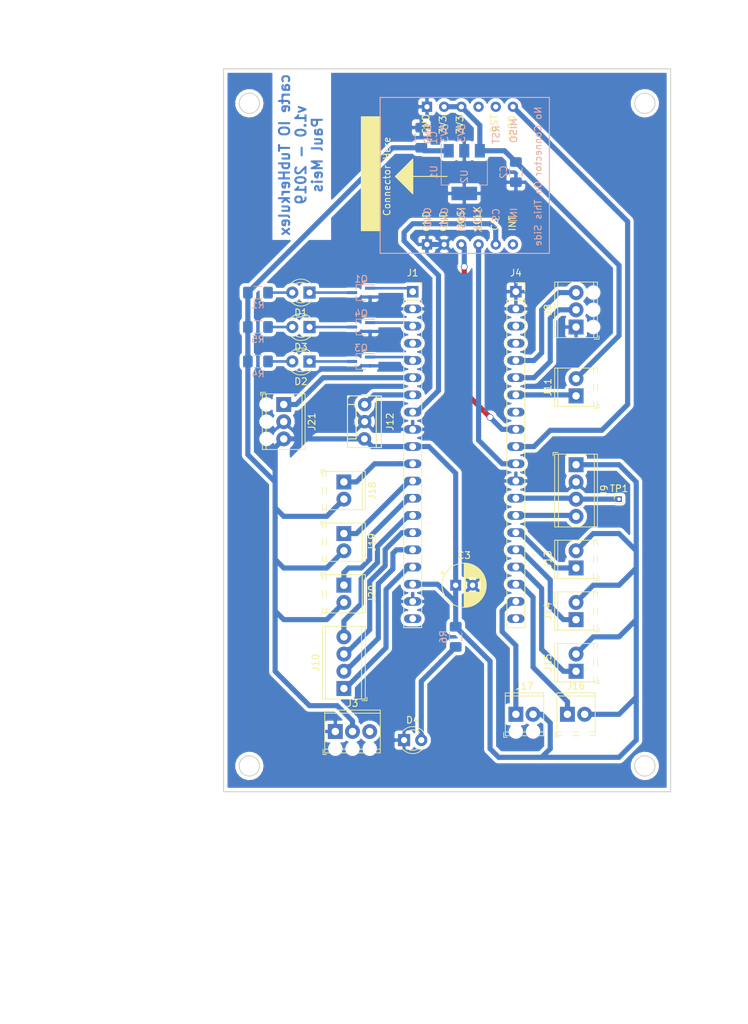
<source format=kicad_pcb>
(kicad_pcb (version 20171130) (host pcbnew 5.0.2-bee76a0~70~ubuntu16.04.1)
  (title_block (title "carte io TubHerkulex") (date 16/05/2019) (rev v1))
  (layers (0 F.Cu signal) (31 B.Cu signal) (34 B.Paste user) (35 F.Paste user) (36 B.SilkS user) (37 F.SilkS user) (38 B.Mask user) (39 F.Mask user) (44 Edge.Cuts user))
  (net 0 "")
  (net 1 +5V)
  (net 2 GND)
  (net 3 +3V3)
  (net 4 "Net-(D1-Pad1)")
  (net 5 "Net-(D1-Pad2)")
  (net 6 "Net-(D2-Pad2)")
  (net 7 "Net-(D2-Pad1)")
  (net 8 "Net-(D3-Pad1)")
  (net 9 "Net-(D3-Pad2)")
  (net 10 "Net-(D4-Pad2)")
  (net 11 "Net-(J1-Pad4)")
  (net 12 "Net-(J3-Pad3)")
  (net 13 "Net-(J4-Pad20)")
  (net 14 "Net-(J4-Pad4)")
  (net 15 /TX)
  (net 16 /RX)
  (net 17 /led_hardfault)
  (net 18 /led_feedback)
  (net 19 "Net-(U2-Pad8)")
  (net 20 "Net-(U2-Pad1)")
  (net 21 /led_communication)
  (net 22 "Net-(J1-Pad20)")
  (net 23 "Net-(J4-Pad3)")
  (net 24 /out_tirette)
  (net 25 /S3)
  (net 26 /S2)
  (net 27 /S1)
  (net 28 /S0)
  (net 29 /LED_couleur)
  (net 30 /out_couleur)
  (net 31 /SCK)
  (net 32 /MISO)
  (net 33 /MOSI)
  (net 34 /CS)
  (net 35 "Net-(J4-Pad8)")
  (net 36 /buzzer)
  (net 37 /fin_course_6)
  (net 38 /fin_course_7)
  (net 39 /fin_course_8)
  (net 40 /fin_course_5)
  (net 41 /fin_course_4)
  (net 42 /fin_course_3)
  (net 43 /fin_course_2)
  (net 44 /fin_course_1)
  (net 45 /piston)
  (module TerminalBlock_Phoenix:TerminalBlock_Phoenix_MPT-0,5-3-2.54_1x03_P2.54mm_Horizontal (layer F.Cu) (at 97.79 92.71 270)
    (fp_text reference J21 (at 2.54 -4.16 270) (layer F.SilkS))
    (fp_text value Piston)
    (pad 1 thru_hole rect (at 0 0 270) (size 2.2 2.2) (drill 1.1) (layers *.Cu *.Mask) (net 45 /piston))
    (pad "" np_thru_hole circle (at 0 2.54 270) (size 1.1 1.1) (drill 1.1) (layers *.Cu *.Mask))
    (pad 2 thru_hole circle (at 2.54 0 270) (size 2.2 2.2) (drill 1.1) (layers *.Cu *.Mask) (net 2 GND))
    (pad "" np_thru_hole circle (at 2.54 2.54 270) (size 1.1 1.1) (drill 1.1) (layers *.Cu *.Mask))
    (pad 3 thru_hole circle (at 5.08 0 270) (size 2.2 2.2) (drill 1.1) (layers *.Cu *.Mask) (net 1 +5V))
    (pad "" np_thru_hole circle (at 5.08 2.54 270) (size 1.1 1.1) (drill 1.1) (layers *.Cu *.Mask))
  )
  (module TerminalBlock_Phoenix:TerminalBlock_Phoenix_MPT-0,5-2-2.54_1x02_P2.54mm_Horizontal (layer F.Cu) (at 140.97 116.84 90)
    (fp_text reference J13 (at 1.27 -4.16 90) (layer F.SilkS))
    (fp_text value FinCourse1)
    (pad 1 thru_hole rect (at 0 0 90) (size 2.2 2.2) (drill 1.1) (layers *.Cu *.Mask) (net 44 /fin_course_1))
    (pad "" np_thru_hole circle (at 0 2.54 90) (size 1.1 1.1) (drill 1.1) (layers *.Cu *.Mask))
    (pad 2 thru_hole circle (at 2.54 0 90) (size 2.2 2.2) (drill 1.1) (layers *.Cu *.Mask) (net 1 +5V))
    (pad "" np_thru_hole circle (at 2.54 2.54 90) (size 1.1 1.1) (drill 1.1) (layers *.Cu *.Mask))
  )
  (module TerminalBlock_Phoenix:TerminalBlock_Phoenix_MPT-0,5-2-2.54_1x02_P2.54mm_Horizontal (layer F.Cu) (at 140.97 124.46 90)
    (fp_text reference J14 (at 1.27 -4.16 90) (layer F.SilkS))
    (fp_text value FinCourse2)
    (pad "" np_thru_hole circle (at 2.54 2.54 90) (size 1.1 1.1) (drill 1.1) (layers *.Cu *.Mask))
    (pad 2 thru_hole circle (at 2.54 0 90) (size 2.2 2.2) (drill 1.1) (layers *.Cu *.Mask) (net 1 +5V))
    (pad "" np_thru_hole circle (at 0 2.54 90) (size 1.1 1.1) (drill 1.1) (layers *.Cu *.Mask))
    (pad 1 thru_hole rect (at 0 0 90) (size 2.2 2.2) (drill 1.1) (layers *.Cu *.Mask) (net 43 /fin_course_2))
  )
  (module TerminalBlock_Phoenix:TerminalBlock_Phoenix_MPT-0,5-2-2.54_1x02_P2.54mm_Horizontal (layer F.Cu) (at 140.97 91.44 90)
    (fp_text reference J11 (at 1.27 -4.16 90) (layer F.SilkS))
    (fp_text value Tirette)
    (pad 1 thru_hole rect (at 0 0 90) (size 2.2 2.2) (drill 1.1) (layers *.Cu *.Mask) (net 24 /out_tirette))
    (pad "" np_thru_hole circle (at 0 2.54 90) (size 1.1 1.1) (drill 1.1) (layers *.Cu *.Mask))
    (pad 2 thru_hole circle (at 2.54 0 90) (size 2.2 2.2) (drill 1.1) (layers *.Cu *.Mask) (net 3 +3V3))
    (pad "" np_thru_hole circle (at 2.54 2.54 90) (size 1.1 1.1) (drill 1.1) (layers *.Cu *.Mask))
  )
  (module TerminalBlock_Phoenix:TerminalBlock_Phoenix_MPT-0,5-2-2.54_1x02_P2.54mm_Horizontal (layer F.Cu) (at 140.97 132.08 90)
    (fp_text reference J15 (at 1.27 -4.16 90) (layer F.SilkS))
    (fp_text value FinCourse3)
    (pad "" np_thru_hole circle (at 2.54 2.54 90) (size 1.1 1.1) (drill 1.1) (layers *.Cu *.Mask))
    (pad 2 thru_hole circle (at 2.54 0 90) (size 2.2 2.2) (drill 1.1) (layers *.Cu *.Mask) (net 1 +5V))
    (pad "" np_thru_hole circle (at 0 2.54 90) (size 1.1 1.1) (drill 1.1) (layers *.Cu *.Mask))
    (pad 1 thru_hole rect (at 0 0 90) (size 2.2 2.2) (drill 1.1) (layers *.Cu *.Mask) (net 42 /fin_course_3))
  )
  (module TerminalBlock_Phoenix:TerminalBlock_Phoenix_MPT-0,5-2-2.54_1x02_P2.54mm_Horizontal (layer F.Cu) (at 139.7 138.43)
    (fp_text reference J16 (at 1.27 -4.16) (layer F.SilkS))
    (fp_text value FinCourse4)
    (pad 1 thru_hole rect (at 0 0) (size 2.2 2.2) (drill 1.1) (layers *.Cu *.Mask) (net 41 /fin_course_4))
    (pad "" np_thru_hole circle (at 0 2.54) (size 1.1 1.1) (drill 1.1) (layers *.Cu *.Mask))
    (pad 2 thru_hole circle (at 2.54 0) (size 2.2 2.2) (drill 1.1) (layers *.Cu *.Mask) (net 1 +5V))
    (pad "" np_thru_hole circle (at 2.54 2.54) (size 1.1 1.1) (drill 1.1) (layers *.Cu *.Mask))
  )
  (module TerminalBlock_Phoenix:TerminalBlock_Phoenix_MPT-0,5-2-2.54_1x02_P2.54mm_Horizontal (layer F.Cu) (at 132.08 138.43)
    (fp_text reference J17 (at 1.27 -4.16) (layer F.SilkS))
    (fp_text value FinCourse5)
    (pad "" np_thru_hole circle (at 2.54 2.54) (size 1.1 1.1) (drill 1.1) (layers *.Cu *.Mask))
    (pad 2 thru_hole circle (at 2.54 0) (size 2.2 2.2) (drill 1.1) (layers *.Cu *.Mask) (net 1 +5V))
    (pad "" np_thru_hole circle (at 0 2.54) (size 1.1 1.1) (drill 1.1) (layers *.Cu *.Mask))
    (pad 1 thru_hole rect (at 0 0) (size 2.2 2.2) (drill 1.1) (layers *.Cu *.Mask) (net 40 /fin_course_5))
  )
  (module TerminalBlock_Phoenix:TerminalBlock_Phoenix_MPT-0,5-2-2.54_1x02_P2.54mm_Horizontal (layer F.Cu) (at 106.68 104.14 270)
    (fp_text reference J18 (at 1.27 -4.16 270) (layer F.SilkS))
    (fp_text value FinCourse6)
    (pad 1 thru_hole rect (at 0 0 270) (size 2.2 2.2) (drill 1.1) (layers *.Cu *.Mask) (net 37 /fin_course_6))
    (pad "" np_thru_hole circle (at 0 2.54 270) (size 1.1 1.1) (drill 1.1) (layers *.Cu *.Mask))
    (pad 2 thru_hole circle (at 2.54 0 270) (size 2.2 2.2) (drill 1.1) (layers *.Cu *.Mask) (net 1 +5V))
    (pad "" np_thru_hole circle (at 2.54 2.54 270) (size 1.1 1.1) (drill 1.1) (layers *.Cu *.Mask))
  )
  (module TerminalBlock_Phoenix:TerminalBlock_Phoenix_MPT-0,5-2-2.54_1x02_P2.54mm_Horizontal (layer F.Cu) (at 106.68 111.76 270)
    (fp_text reference J19 (at 1.27 -4.16 270) (layer F.SilkS))
    (fp_text value FinCourse7)
    (pad "" np_thru_hole circle (at 2.54 2.54 270) (size 1.1 1.1) (drill 1.1) (layers *.Cu *.Mask))
    (pad 2 thru_hole circle (at 2.54 0 270) (size 2.2 2.2) (drill 1.1) (layers *.Cu *.Mask) (net 1 +5V))
    (pad "" np_thru_hole circle (at 0 2.54 270) (size 1.1 1.1) (drill 1.1) (layers *.Cu *.Mask))
    (pad 1 thru_hole rect (at 0 0 270) (size 2.2 2.2) (drill 1.1) (layers *.Cu *.Mask) (net 38 /fin_course_7))
  )
  (module TerminalBlock_Phoenix:TerminalBlock_Phoenix_MPT-0,5-2-2.54_1x02_P2.54mm_Horizontal (layer F.Cu) (at 106.68 119.38 270)
    (fp_text reference J20 (at 1.27 -4.16 270) (layer F.SilkS))
    (fp_text value FinCourse8)
    (pad 1 thru_hole rect (at 0 0 270) (size 2.2 2.2) (drill 1.1) (layers *.Cu *.Mask) (net 39 /fin_course_8))
    (pad "" np_thru_hole circle (at 0 2.54 270) (size 1.1 1.1) (drill 1.1) (layers *.Cu *.Mask))
    (pad 2 thru_hole circle (at 2.54 0 270) (size 2.2 2.2) (drill 1.1) (layers *.Cu *.Mask) (net 1 +5V))
    (pad "" np_thru_hole circle (at 2.54 2.54 270) (size 1.1 1.1) (drill 1.1) (layers *.Cu *.Mask))
  )
  (module TerminalBlock_Phoenix:TerminalBlock_Phoenix_MPT-0,5-3-2.54_1x03_P2.54mm_Horizontal (layer F.Cu) (at 140.97 81.28 90)
    (fp_text reference J8 (at 2.54 -4.16 90) (layer F.SilkS))
    (fp_text value "Liaison serie")
    (pad "" np_thru_hole circle (at 5.08 2.54 90) (size 1.1 1.1) (drill 1.1) (layers *.Cu *.Mask))
    (pad 3 thru_hole circle (at 5.08 0 90) (size 2.2 2.2) (drill 1.1) (layers *.Cu *.Mask) (net 16 /RX))
    (pad "" np_thru_hole circle (at 2.54 2.54 90) (size 1.1 1.1) (drill 1.1) (layers *.Cu *.Mask))
    (pad 2 thru_hole circle (at 2.54 0 90) (size 2.2 2.2) (drill 1.1) (layers *.Cu *.Mask) (net 15 /TX))
    (pad "" np_thru_hole circle (at 0 2.54 90) (size 1.1 1.1) (drill 1.1) (layers *.Cu *.Mask))
    (pad 1 thru_hole rect (at 0 0 90) (size 2.2 2.2) (drill 1.1) (layers *.Cu *.Mask) (net 2 GND))
  )
  (module TerminalBlock_Phoenix:TerminalBlock_Phoenix_MPT-0,5-3-2.54_1x03_P2.54mm_Horizontal (layer F.Cu) (at 105.41 140.97)
    (fp_text reference J3 (at 2.54 -4.16) (layer F.SilkS))
    (fp_text value "Alim logique")
    (pad 1 thru_hole rect (at 0 0) (size 2.2 2.2) (drill 1.1) (layers *.Cu *.Mask) (net 2 GND))
    (pad "" np_thru_hole circle (at 0 2.54) (size 1.1 1.1) (drill 1.1) (layers *.Cu *.Mask))
    (pad 2 thru_hole circle (at 2.54 0) (size 2.2 2.2) (drill 1.1) (layers *.Cu *.Mask) (net 1 +5V))
    (pad "" np_thru_hole circle (at 2.54 2.54) (size 1.1 1.1) (drill 1.1) (layers *.Cu *.Mask))
    (pad 3 thru_hole circle (at 5.08 0) (size 2.2 2.2) (drill 1.1) (layers *.Cu *.Mask) (net 12 "Net-(J3-Pad3)"))
    (pad "" np_thru_hole circle (at 5.08 2.54) (size 1.1 1.1) (drill 1.1) (layers *.Cu *.Mask))
  )
  (module TerminalBlock_Phoenix:TerminalBlock_Phoenix_MPT-0,5-4-2.54_1x04_P2.54mm_Horizontal (layer F.Cu) (at 140.97 101.6 270)
    (fp_text reference J9 (at 3.81 -4.16 270) (layer F.SilkS))
    (fp_text value capteur_couleur_alim)
    (pad 4 thru_hole circle (at 7.62 0 270) (size 2.2 2.2) (drill 1.1) (layers *.Cu *.Mask) (net 29 /LED_couleur))
    (pad 3 thru_hole circle (at 5.08 0 270) (size 2.2 2.2) (drill 1.1) (layers *.Cu *.Mask) (net 30 /out_couleur))
    (pad 2 thru_hole circle (at 2.54 0 270) (size 2.2 2.2) (drill 1.1) (layers *.Cu *.Mask) (net 2 GND))
    (pad 1 thru_hole rect (at 0 0 270) (size 2.2 2.2) (drill 1.1) (layers *.Cu *.Mask) (net 1 +5V))
  )
  (module TerminalBlock_Phoenix:TerminalBlock_Phoenix_MPT-0,5-4-2.54_1x04_P2.54mm_Horizontal (layer F.Cu) (at 106.68 134.62 90)
    (fp_text reference J10 (at 3.81 -4.16 90) (layer F.SilkS))
    (fp_text value capteur_couleur_S)
    (pad 1 thru_hole rect (at 0 0 90) (size 2.2 2.2) (drill 1.1) (layers *.Cu *.Mask) (net 28 /S0))
    (pad 2 thru_hole circle (at 2.54 0 90) (size 2.2 2.2) (drill 1.1) (layers *.Cu *.Mask) (net 27 /S1))
    (pad 3 thru_hole circle (at 5.08 0 90) (size 2.2 2.2) (drill 1.1) (layers *.Cu *.Mask) (net 26 /S2))
    (pad 4 thru_hole circle (at 7.62 0 90) (size 2.2 2.2) (drill 1.1) (layers *.Cu *.Mask) (net 25 /S3))
  )
  (module LED_THT:LED_D3.0mm (layer F.Cu) (at 101.6 86.36 180)
    (fp_text reference D2 (at 1.27 -2.96 180) (layer F.SilkS))
    (fp_text value LED_communication_vert)
    (pad 2 thru_hole circle (at 2.54 0 180) (size 1.8 1.8) (drill 0.9) (layers *.Cu *.Mask) (net 6 "Net-(D2-Pad2)"))
    (pad 1 thru_hole rect (at 0 0 180) (size 1.8 1.8) (drill 0.9) (layers *.Cu *.Mask) (net 7 "Net-(D2-Pad1)"))
  )
  (module LED_THT:LED_D3.0mm (layer F.Cu) (at 115.57 142.24)
    (fp_text reference D4 (at 1.27 -2.96) (layer F.SilkS))
    (fp_text value LED_alimentation_rouge)
    (pad 2 thru_hole circle (at 2.54 0) (size 1.8 1.8) (drill 0.9) (layers *.Cu *.Mask) (net 10 "Net-(D4-Pad2)"))
    (pad 1 thru_hole rect (at 0 0) (size 1.8 1.8) (drill 0.9) (layers *.Cu *.Mask) (net 2 GND))
  )
  (module LED_THT:LED_D3.0mm (layer F.Cu) (at 101.6 76.2 180)
    (fp_text reference D1 (at 1.27 -2.96 180) (layer F.SilkS))
    (fp_text value LED_hardfault_jaune)
    (pad 2 thru_hole circle (at 2.54 0 180) (size 1.8 1.8) (drill 0.9) (layers *.Cu *.Mask) (net 5 "Net-(D1-Pad2)"))
    (pad 1 thru_hole rect (at 0 0 180) (size 1.8 1.8) (drill 0.9) (layers *.Cu *.Mask) (net 4 "Net-(D1-Pad1)"))
  )
  (module LED_THT:LED_D3.0mm (layer F.Cu) (at 101.6 81.28 180)
    (fp_text reference D3 (at 1.27 -2.96 180) (layer F.SilkS))
    (fp_text value led_feedback_vert)
    (pad 2 thru_hole circle (at 2.54 0 180) (size 1.8 1.8) (drill 0.9) (layers *.Cu *.Mask) (net 9 "Net-(D3-Pad2)"))
    (pad 1 thru_hole rect (at 0 0 180) (size 1.8 1.8) (drill 0.9) (layers *.Cu *.Mask) (net 8 "Net-(D3-Pad1)"))
  )
  (module Capacitor_SMD:C_1206_3216Metric_Pad1.42x1.75mm_HandSolder (layer B.Cu) (at 118.11 53.34 90)
    (fp_text reference C1 (at 0 1.82 90) (layer B.SilkS) (effects (justify mirror)))
    (fp_text value 1u)
    (pad 2 smd roundrect (at 1.4875 0 90) (size 1.425 1.75) (layers B.Cu B.Paste B.Mask) (roundrect_rratio 0.175439) (net 2 GND))
    (pad 1 smd roundrect (at -1.4875 0 90) (size 1.425 1.75) (layers B.Cu B.Paste B.Mask) (roundrect_rratio 0.175439) (net 1 +5V))
  )
  (module Capacitor_SMD:C_1206_3216Metric_Pad1.42x1.75mm_HandSolder (layer B.Cu) (at 132.08 58.42 270)
    (fp_text reference C2 (at 0 1.82 270) (layer B.SilkS) (effects (justify mirror)))
    (fp_text value 1u)
    (pad 2 smd roundrect (at 1.4875 0 270) (size 1.425 1.75) (layers B.Cu B.Paste B.Mask) (roundrect_rratio 0.175439) (net 2 GND))
    (pad 1 smd roundrect (at -1.4875 0 270) (size 1.425 1.75) (layers B.Cu B.Paste B.Mask) (roundrect_rratio 0.175439) (net 3 +3V3))
  )
  (module @Robot:PinSocket_1x20_P2.54mm_Vertical_Long_Pads (layer F.Cu) (at 116.84 76.06)
    (fp_text reference J1 (at 0 -2.77) (layer F.SilkS))
    (fp_text value "Connecteur gauche")
    (pad 20 thru_hole oval (at 0 48.26) (size 2.54 1.27) (drill 1) (layers *.Cu *.Mask) (net 22 "Net-(J1-Pad20)"))
    (pad 19 thru_hole oval (at 0 45.72) (size 2.54 1.27) (drill 1) (layers *.Cu *.Mask) (net 2 GND))
    (pad 18 thru_hole oval (at 0 43.18) (size 2.54 1.27) (drill 1) (layers *.Cu *.Mask) (net 1 +5V))
    (pad 17 thru_hole oval (at 0 40.64) (size 2.54 1.27) (drill 1) (layers *.Cu *.Mask) (net 28 /S0))
    (pad 16 thru_hole oval (at 0 38.1) (size 2.54 1.27) (drill 1) (layers *.Cu *.Mask) (net 27 /S1))
    (pad 15 thru_hole oval (at 0 35.56) (size 2.54 1.27) (drill 1) (layers *.Cu *.Mask) (net 26 /S2))
    (pad 14 thru_hole oval (at 0 33.02) (size 2.54 1.27) (drill 1) (layers *.Cu *.Mask) (net 25 /S3))
    (pad 13 thru_hole oval (at 0 30.48) (size 2.54 1.27) (drill 1) (layers *.Cu *.Mask) (net 39 /fin_course_8))
    (pad 12 thru_hole oval (at 0 27.94) (size 2.54 1.27) (drill 1) (layers *.Cu *.Mask) (net 38 /fin_course_7))
    (pad 11 thru_hole oval (at 0 25.4) (size 2.54 1.27) (drill 1) (layers *.Cu *.Mask) (net 37 /fin_course_6))
    (pad 10 thru_hole oval (at 0 22.86) (size 2.54 1.27) (drill 1) (layers *.Cu *.Mask) (net 1 +5V))
    (pad 9 thru_hole oval (at 0 20.32) (size 2.54 1.27) (drill 1) (layers *.Cu *.Mask) (net 2 GND))
    (pad 8 thru_hole oval (at 0 17.78) (size 2.54 1.27) (drill 1) (layers *.Cu *.Mask) (net 34 /CS))
    (pad 7 thru_hole oval (at 0 15.24) (size 2.54 1.27) (drill 1) (layers *.Cu *.Mask) (net 36 /buzzer))
    (pad 6 thru_hole oval (at 0 12.7) (size 2.54 1.27) (drill 1) (layers *.Cu *.Mask) (net 45 /piston))
    (pad 4 thru_hole oval (at 0 7.62) (size 2.54 1.27) (drill 1) (layers *.Cu *.Mask) (net 11 "Net-(J1-Pad4)"))
    (pad 5 thru_hole oval (at 0 10.16) (size 2.54 1.27) (drill 1) (layers *.Cu *.Mask) (net 21 /led_communication))
    (pad 3 thru_hole oval (at 0 5.08) (size 2.54 1.27) (drill 1) (layers *.Cu *.Mask) (net 18 /led_feedback))
    (pad 1 thru_hole rect (at 0 0) (size 1.7 1.7) (drill 1) (layers *.Cu *.Mask) (net 17 /led_hardfault))
    (pad 2 thru_hole oval (at 0 2.54) (size 2.54 1.27) (drill 1) (layers *.Cu *.Mask) (net 2 GND))
  )
  (module @Robot:PinSocket_1x20_P2.54mm_Vertical_Long_Pads (layer F.Cu) (at 132.08 76.06)
    (fp_text reference J4 (at 0 -2.77) (layer F.SilkS))
    (fp_text value "Connecteur droit")
    (pad 20 thru_hole oval (at 0 48.26) (size 2.54 1.27) (drill 1) (layers *.Cu *.Mask) (net 13 "Net-(J4-Pad20)"))
    (pad 19 thru_hole oval (at 0 45.72) (size 2.54 1.27) (drill 1) (layers *.Cu *.Mask) (net 40 /fin_course_5))
    (pad 18 thru_hole oval (at 0 43.18) (size 2.54 1.27) (drill 1) (layers *.Cu *.Mask) (net 41 /fin_course_4))
    (pad 17 thru_hole oval (at 0 40.64) (size 2.54 1.27) (drill 1) (layers *.Cu *.Mask) (net 42 /fin_course_3))
    (pad 16 thru_hole oval (at 0 38.1) (size 2.54 1.27) (drill 1) (layers *.Cu *.Mask) (net 43 /fin_course_2))
    (pad 15 thru_hole oval (at 0 35.56) (size 2.54 1.27) (drill 1) (layers *.Cu *.Mask) (net 44 /fin_course_1))
    (pad 14 thru_hole oval (at 0 33.02) (size 2.54 1.27) (drill 1) (layers *.Cu *.Mask) (net 29 /LED_couleur))
    (pad 13 thru_hole oval (at 0 30.48) (size 2.54 1.27) (drill 1) (layers *.Cu *.Mask) (net 30 /out_couleur))
    (pad 12 thru_hole oval (at 0 27.94) (size 2.54 1.27) (drill 1) (layers *.Cu *.Mask) (net 2 GND))
    (pad 11 thru_hole oval (at 0 25.4) (size 2.54 1.27) (drill 1) (layers *.Cu *.Mask) (net 31 /SCK))
    (pad 10 thru_hole oval (at 0 22.86) (size 2.54 1.27) (drill 1) (layers *.Cu *.Mask) (net 32 /MISO))
    (pad 9 thru_hole oval (at 0 20.32) (size 2.54 1.27) (drill 1) (layers *.Cu *.Mask) (net 33 /MOSI))
    (pad 8 thru_hole oval (at 0 17.78) (size 2.54 1.27) (drill 1) (layers *.Cu *.Mask) (net 35 "Net-(J4-Pad8)"))
    (pad 7 thru_hole oval (at 0 15.24) (size 2.54 1.27) (drill 1) (layers *.Cu *.Mask) (net 24 /out_tirette))
    (pad 6 thru_hole oval (at 0 12.7) (size 2.54 1.27) (drill 1) (layers *.Cu *.Mask) (net 15 /TX))
    (pad 4 thru_hole oval (at 0 7.62) (size 2.54 1.27) (drill 1) (layers *.Cu *.Mask) (net 14 "Net-(J4-Pad4)"))
    (pad 5 thru_hole oval (at 0 10.16) (size 2.54 1.27) (drill 1) (layers *.Cu *.Mask) (net 16 /RX))
    (pad 3 thru_hole oval (at 0 5.08) (size 2.54 1.27) (drill 1) (layers *.Cu *.Mask) (net 23 "Net-(J4-Pad3)"))
    (pad 1 thru_hole rect (at 0 0) (size 1.7 1.7) (drill 1) (layers *.Cu *.Mask) (net 2 GND))
    (pad 2 thru_hole oval (at 0 2.54) (size 2.54 1.27) (drill 1) (layers *.Cu *.Mask) (net 2 GND))
  )
  (module Package_TO_SOT_SMD:SOT-323_SC-70_Handsoldering (layer B.Cu) (at 109.22 76.2 180)
    (fp_text reference Q1 (at 0 2 180) (layer B.SilkS) (effects (justify mirror)))
    (fp_text value PMF370XN)
    (pad 3 smd rect (at 1.33 0 270) (size 0.45 1.5) (layers B.Cu B.Paste B.Mask) (net 4 "Net-(D1-Pad1)"))
    (pad 2 smd rect (at -1.33 -0.65 270) (size 0.45 1.5) (layers B.Cu B.Paste B.Mask) (net 2 GND))
    (pad 1 smd rect (at -1.33 0.65 270) (size 0.45 1.5) (layers B.Cu B.Paste B.Mask) (net 17 /led_hardfault))
  )
  (module Package_TO_SOT_SMD:SOT-323_SC-70_Handsoldering (layer B.Cu) (at 109.22 86.36 180)
    (fp_text reference Q3 (at 0 2 180) (layer B.SilkS) (effects (justify mirror)))
    (fp_text value PMF370XN)
    (pad 3 smd rect (at 1.33 0 270) (size 0.45 1.5) (layers B.Cu B.Paste B.Mask) (net 7 "Net-(D2-Pad1)"))
    (pad 2 smd rect (at -1.33 -0.65 270) (size 0.45 1.5) (layers B.Cu B.Paste B.Mask) (net 2 GND))
    (pad 1 smd rect (at -1.33 0.65 270) (size 0.45 1.5) (layers B.Cu B.Paste B.Mask) (net 21 /led_communication))
  )
  (module Package_TO_SOT_SMD:SOT-323_SC-70_Handsoldering (layer B.Cu) (at 109.22 81.28 180)
    (fp_text reference Q4 (at 0 2 180) (layer B.SilkS) (effects (justify mirror)))
    (fp_text value PMF370XN)
    (pad 3 smd rect (at 1.33 0 270) (size 0.45 1.5) (layers B.Cu B.Paste B.Mask) (net 8 "Net-(D3-Pad1)"))
    (pad 2 smd rect (at -1.33 -0.65 270) (size 0.45 1.5) (layers B.Cu B.Paste B.Mask) (net 2 GND))
    (pad 1 smd rect (at -1.33 0.65 270) (size 0.45 1.5) (layers B.Cu B.Paste B.Mask) (net 18 /led_feedback))
  )
  (module Resistor_SMD:R_1206_3216Metric_Pad1.42x1.75mm_HandSolder (layer B.Cu) (at 93.98 76.2)
    (fp_text reference R1 (at 0 1.82) (layer B.SilkS) (effects (justify mirror)))
    (fp_text value 150)
    (pad 2 smd roundrect (at 1.4875 0) (size 1.425 1.75) (layers B.Cu B.Paste B.Mask) (roundrect_rratio 0.175439) (net 5 "Net-(D1-Pad2)"))
    (pad 1 smd roundrect (at -1.4875 0) (size 1.425 1.75) (layers B.Cu B.Paste B.Mask) (roundrect_rratio 0.175439) (net 1 +5V))
  )
  (module Resistor_SMD:R_1206_3216Metric_Pad1.42x1.75mm_HandSolder (layer B.Cu) (at 93.98 86.36)
    (fp_text reference R4 (at 0 1.82) (layer B.SilkS) (effects (justify mirror)))
    (fp_text value 150)
    (pad 2 smd roundrect (at 1.4875 0) (size 1.425 1.75) (layers B.Cu B.Paste B.Mask) (roundrect_rratio 0.175439) (net 6 "Net-(D2-Pad2)"))
    (pad 1 smd roundrect (at -1.4875 0) (size 1.425 1.75) (layers B.Cu B.Paste B.Mask) (roundrect_rratio 0.175439) (net 1 +5V))
  )
  (module Resistor_SMD:R_1206_3216Metric_Pad1.42x1.75mm_HandSolder (layer B.Cu) (at 93.98 81.28)
    (fp_text reference R5 (at 0 1.82) (layer B.SilkS) (effects (justify mirror)))
    (fp_text value 150)
    (pad 2 smd roundrect (at 1.4875 0) (size 1.425 1.75) (layers B.Cu B.Paste B.Mask) (roundrect_rratio 0.175439) (net 9 "Net-(D3-Pad2)"))
    (pad 1 smd roundrect (at -1.4875 0) (size 1.425 1.75) (layers B.Cu B.Paste B.Mask) (roundrect_rratio 0.175439) (net 1 +5V))
  )
  (module Resistor_SMD:R_1206_3216Metric_Pad1.42x1.75mm_HandSolder (layer B.Cu) (at 123.19 127 270)
    (fp_text reference R6 (at 0 1.82 270) (layer B.SilkS) (effects (justify mirror)))
    (fp_text value 150)
    (pad 2 smd roundrect (at 1.4875 0 270) (size 1.425 1.75) (layers B.Cu B.Paste B.Mask) (roundrect_rratio 0.175439) (net 10 "Net-(D4-Pad2)"))
    (pad 1 smd roundrect (at -1.4875 0 270) (size 1.425 1.75) (layers B.Cu B.Paste B.Mask) (roundrect_rratio 0.175439) (net 1 +5V))
  )
  (module Package_TO_SOT_SMD:SOT-223-3_TabPin2 (layer B.Cu) (at 124.46 58.42 270)
    (fp_text reference U1 (at 0 4.5 270) (layer B.SilkS) (effects (justify mirror)))
    (fp_text value TC1262-33)
    (pad 1 smd rect (at -3.15 2.3 270) (size 2 1.5) (layers B.Cu B.Paste B.Mask) (net 1 +5V))
    (pad 3 smd rect (at -3.15 -2.3 270) (size 2 1.5) (layers B.Cu B.Paste B.Mask) (net 3 +3V3))
    (pad 2 smd rect (at -3.15 0 270) (size 2 1.5) (layers B.Cu B.Paste B.Mask) (net 2 GND))
    (pad 2 smd rect (at 3.15 0 270) (size 2 3.8) (layers B.Cu B.Paste B.Mask) (net 2 GND))
  )
  (module @Robot:w5500 (layer F.Cu) (at 124.46 59.055 270)
    (fp_text reference U2 (at 0 0 270) (layer B.SilkS) (effects (justify mirror)))
    (fp_text value w5500)
    (fp_text user "No Connector On This Side" (at 0 -10.9 270) (layer B.SilkS) (effects (justify mirror)))
    (fp_text user GND (at 6.07 5.4 270) (layer B.SilkS) (effects (justify mirror)))
    (fp_text user GND (at -6.27 5.4 270) (layer B.SilkS) (effects (justify mirror)))
    (fp_text user GND (at 6.07 2.9 270) (layer B.SilkS) (effects (justify mirror)))
    (fp_text user 3V3 (at -6.37 2.9 270) (layer B.SilkS) (effects (justify mirror)))
    (fp_text user 3V3 (at -6.37 0.4 270) (layer B.SilkS) (effects (justify mirror)))
    (fp_text user RST (at -6.17 -4.7 270) (layer B.SilkS) (effects (justify mirror)))
    (fp_text user MISO (at -6.77 -7.3 270) (layer B.SilkS) (effects (justify mirror)))
    (fp_text user INT (at 5.77 -7.3 270) (layer B.SilkS) (effects (justify mirror)))
    (fp_text user CS (at 5.67 -4.7 270) (layer B.SilkS) (effects (justify mirror)))
    (fp_text user MOSI (at 6.37 0.3 270) (layer B.SilkS) (effects (justify mirror)))
    (fp_text user SCLK (at 6.47 -2.1 270) (layer B.SilkS) (effects (justify mirror)))
    (fp_text user "Connector Here" (at 0 11.43 270) (layer F.SilkS))
    (fp_text user 3V3 (at -7.6 0.65923 90) (layer F.SilkS))
    (fp_text user MISO (at -7.2 -7.04077 90) (layer F.SilkS))
    (fp_text user 3V3 (at -7.6 3.15923 90) (layer F.SilkS))
    (fp_text user GND (at -7.7 5.65923 90) (layer F.SilkS))
    (fp_text user RST (at -7.8 -4.44077 90) (layer F.SilkS))
    (fp_text user MOSI (at 6.33 0.498288 90) (layer F.SilkS))
    (fp_text user GND (at 6.63 3.098288 90) (layer F.SilkS))
    (fp_text user GND (at 6.63 5.598288 90) (layer F.SilkS))
    (fp_text user CS (at 7.03 -4.501712 90) (layer F.SilkS))
    (fp_text user INT (at 6.93 -7.101712 90) (layer F.SilkS))
    (fp_text user SCLK (at 6.23 -1.901712 90) (layer F.SilkS))
    (pad 5 thru_hole circle (at 10.04 2.97 270) (size 1.524 1.524) (drill 0.762) (layers *.Cu *.Mask) (net 2 GND))
    (pad 4 thru_hole circle (at 10.04 0.43 270) (size 1.524 1.524) (drill 0.762) (layers *.Cu *.Mask) (net 33 /MOSI))
    (pad 3 thru_hole circle (at 10.04 -2.11 270) (size 1.524 1.524) (drill 0.762) (layers *.Cu *.Mask) (net 31 /SCK))
    (pad 2 thru_hole circle (at 10.04 -4.65 270) (size 1.524 1.524) (drill 0.762) (layers *.Cu *.Mask) (net 34 /CS))
    (pad 1 thru_hole circle (at 10.04 -7.19 270) (size 1.524 1.524) (drill 0.762) (layers *.Cu *.Mask) (net 20 "Net-(U2-Pad1)"))
    (pad 7 thru_hole circle (at -10.28 -7.19 270) (size 1.524 1.524) (drill 0.762) (layers *.Cu *.Mask) (net 32 /MISO))
    (pad 8 thru_hole circle (at -10.28 -4.65 270) (size 1.524 1.524) (drill 0.762) (layers *.Cu *.Mask) (net 19 "Net-(U2-Pad8)"))
    (pad 10 thru_hole circle (at -10.28 0.43 270) (size 1.524 1.524) (drill 0.762) (layers *.Cu *.Mask) (net 3 +3V3))
    (pad 11 thru_hole circle (at -10.28 2.97 270) (size 1.524 1.524) (drill 0.762) (layers *.Cu *.Mask) (net 3 +3V3))
    (pad 9 thru_hole circle (at -10.28 -2.11 270) (size 1.524 1.524) (drill 0.762) (layers *.Cu *.Mask))
    (pad 12 thru_hole rect (at -10.28 5.51 270) (size 1.524 1.524) (drill 0.762) (layers *.Cu *.Mask) (net 2 GND))
    (pad 6 thru_hole rect (at 10.04 5.51 270) (size 1.524 1.524) (drill 0.762) (layers *.Cu *.Mask) (net 2 GND))
  )
  (module Capacitor_THT:CP_Radial_D6.3mm_P2.50mm (layer F.Cu) (at 123.19 119.38)
    (fp_text reference C3 (at 1.25 -4.4) (layer F.SilkS))
    (fp_text value 100uF)
    (pad 2 thru_hole circle (at 2.5 0) (size 1.6 1.6) (drill 0.8) (layers *.Cu *.Mask) (net 2 GND))
    (pad 1 thru_hole rect (at 0 0) (size 1.6 1.6) (drill 0.8) (layers *.Cu *.Mask) (net 1 +5V))
  )
  (module Connector_PinHeader_1.00mm:PinHeader_1x01_P1.00mm_Vertical (layer F.Cu) (at 147.32 106.68)
    (fp_text reference TP1 (at 0 -1.56) (layer F.SilkS))
    (fp_text value TestPoint_Probe)
    (pad 1 thru_hole rect (at 0 0) (size 0.85 0.85) (drill 0.5) (layers *.Cu *.Mask) (net 30 /out_couleur))
  )
  (module @Robot:HE14-3-straight (layer F.Cu) (at 110.49 95.25 270)
    (fp_text reference J12 (at 0 -3 270) (layer F.SilkS))
    (fp_text value Buzzer)
    (pad 1 thru_hole circle (at -2.54 0.743747 90) (size 2 2) (drill 1) (layers *.Cu *.Mask) (net 36 /buzzer))
    (pad 2 thru_hole circle (at 0 0.743747 90) (size 2 2) (drill 1) (layers *.Cu *.Mask) (net 2 GND))
    (pad 3 thru_hole circle (at 2.54 0.783747 90) (size 2 2) (drill 1) (layers *.Cu *.Mask) (net 1 +5V))
  )
  (gr_circle (center 92.71 48.26) (end 94.21 48.26) (layer Edge.Cuts) (width 0.15))
  (gr_circle (center 151.13 146.05) (end 152.63 146.05) (layer Edge.Cuts) (width 0.15))
  (gr_circle (center 92.71 146.05) (end 94.21 146.05) (layer Edge.Cuts) (width 0.15))
  (gr_circle (center 151.13 48.26) (end 152.63 48.26) (layer Edge.Cuts) (width 0.15))
  (gr_text "carte IO TubHerkulex\nv1.0 - 2019\nPaul Meis" (at 100.33 55.88 90) (layer B.Cu) (effects (font (size 1.5 1.5) (thickness 0.3)) (justify mirror)))
  (gr_line (start 88.9 149.86) (end 88.9 43.18) (layer Edge.Cuts) (width 0.15))
  (gr_line (start 154.94 149.86) (end 88.9 149.86) (layer Edge.Cuts) (width 0.15))
  (gr_line (start 154.94 43.18) (end 154.94 149.86) (layer Edge.Cuts) (width 0.15))
  (gr_line (start 88.9 43.18) (end 154.94 43.18) (layer Edge.Cuts) (width 0.15))
  (segment (start 123.19 125.5125) (end 123.19 119.38) (width 0.762) (layer B.Cu) (net 1))
  (segment (start 92.4925 81.28) (end 92.4925 86.36) (width 0.762) (layer B.Cu) (net 1))
  (segment (start 92.4925 76.2) (end 92.4925 81.28) (width 0.762) (layer B.Cu) (net 1))
  (segment (start 118.5525 55.27) (end 118.11 54.8275) (width 0.762) (layer B.Cu) (net 1))
  (segment (start 122.16 55.27) (end 118.5525 55.27) (width 0.762) (layer B.Cu) (net 1))
  (segment (start 123.19 112.255) (end 123.19 114.3) (width 0.762) (layer B.Cu) (net 1))
  (segment (start 123.19 119.38) (end 123.19 114.3) (width 0.762) (layer B.Cu) (net 1))
  (segment (start 113.865 54.8275) (end 110.055 58.6375) (width 0.762) (layer B.Cu) (net 1))
  (segment (start 110.055 58.6375) (end 92.4925 76.2) (width 0.762) (layer B.Cu) (net 1))
  (segment (start 118.11 54.8275) (end 113.865 54.8275) (width 0.762) (layer B.Cu) (net 1))
  (segment (start 123.19 112.255) (end 123.19 102.87) (width 0.762) (layer B.Cu) (net 1))
  (segment (start 119.24 98.92) (end 116.84 98.92) (width 0.762) (layer B.Cu) (net 1))
  (segment (start 123.19 102.87) (end 119.24 98.92) (width 0.762) (layer B.Cu) (net 1))
  (segment (start 147.32 111.76) (end 143.51 111.76) (width 0.762) (layer B.Cu) (net 1))
  (segment (start 147.32 144.78) (end 149.86 142.24) (width 0.762) (layer B.Cu) (net 1))
  (segment (start 123.19 125.5125) (end 128.27 130.5925) (width 0.762) (layer B.Cu) (net 1))
  (segment (start 142.069999 113.200001) (end 140.97 114.3) (width 0.762) (layer B.Cu) (net 1))
  (segment (start 128.27 143.51) (end 129.54 144.78) (width 0.762) (layer B.Cu) (net 1))
  (segment (start 143.51 111.76) (end 142.069999 113.200001) (width 0.762) (layer B.Cu) (net 1))
  (segment (start 149.86 114.3) (end 147.32 111.76) (width 0.762) (layer B.Cu) (net 1))
  (segment (start 128.27 130.5925) (end 128.27 143.51) (width 0.762) (layer B.Cu) (net 1))
  (segment (start 134.62 138.43) (end 135.89 138.43) (width 0.762) (layer B.Cu) (net 1))
  (segment (start 135.89 138.43) (end 137.16 139.7) (width 0.762) (layer B.Cu) (net 1))
  (segment (start 137.16 143.51) (end 135.89 144.78) (width 0.762) (layer B.Cu) (net 1))
  (segment (start 135.89 144.78) (end 147.32 144.78) (width 0.762) (layer B.Cu) (net 1))
  (segment (start 137.16 139.7) (end 137.16 143.51) (width 0.762) (layer B.Cu) (net 1))
  (segment (start 129.54 144.78) (end 135.89 144.78) (width 0.762) (layer B.Cu) (net 1))
  (segment (start 142.24 138.43) (end 147.32 138.43) (width 0.762) (layer B.Cu) (net 1))
  (segment (start 147.32 138.43) (end 149.86 135.89) (width 0.762) (layer B.Cu) (net 1))
  (segment (start 140.97 129.54) (end 143.51 127) (width 0.762) (layer B.Cu) (net 1))
  (segment (start 143.51 127) (end 147.32 127) (width 0.762) (layer B.Cu) (net 1))
  (segment (start 147.32 127) (end 149.86 124.46) (width 0.762) (layer B.Cu) (net 1))
  (segment (start 140.97 121.92) (end 143.51 119.38) (width 0.762) (layer B.Cu) (net 1))
  (segment (start 143.51 119.38) (end 147.32 119.38) (width 0.762) (layer B.Cu) (net 1))
  (segment (start 149.86 116.84) (end 149.86 114.3) (width 0.762) (layer B.Cu) (net 1))
  (segment (start 147.32 119.38) (end 149.86 116.84) (width 0.762) (layer B.Cu) (net 1))
  (segment (start 149.86 142.24) (end 149.86 116.84) (width 0.762) (layer B.Cu) (net 1))
  (segment (start 92.4925 88.9) (end 92.4925 86.36) (width 0.762) (layer B.Cu) (net 1))
  (segment (start 93.98 101.6) (end 92.4925 100.1125) (width 0.762) (layer B.Cu) (net 1))
  (segment (start 92.4925 100.1125) (end 92.4925 88.9) (width 0.762) (layer B.Cu) (net 1))
  (segment (start 107.95 139.414366) (end 107.95 140.97) (width 0.762) (layer B.Cu) (net 1))
  (segment (start 105.695634 137.16) (end 107.95 139.414366) (width 0.762) (layer B.Cu) (net 1))
  (segment (start 101.6 137.16) (end 105.695634 137.16) (width 0.762) (layer B.Cu) (net 1))
  (segment (start 96.52 132.08) (end 101.6 137.16) (width 0.762) (layer B.Cu) (net 1))
  (segment (start 97.79 109.22) (end 96.52 107.95) (width 0.762) (layer B.Cu) (net 1))
  (segment (start 106.68 106.68) (end 104.14 109.22) (width 0.762) (layer B.Cu) (net 1))
  (segment (start 96.52 104.14) (end 96.52 107.95) (width 0.762) (layer B.Cu) (net 1))
  (segment (start 104.14 109.22) (end 97.79 109.22) (width 0.762) (layer B.Cu) (net 1))
  (segment (start 96.52 104.14) (end 93.98 101.6) (width 0.762) (layer B.Cu) (net 1))
  (segment (start 106.68 114.3) (end 104.14 116.84) (width 0.762) (layer B.Cu) (net 1))
  (segment (start 97.79 116.84) (end 96.52 115.57) (width 0.762) (layer B.Cu) (net 1))
  (segment (start 104.14 116.84) (end 97.79 116.84) (width 0.762) (layer B.Cu) (net 1))
  (segment (start 96.52 107.95) (end 96.52 115.57) (width 0.762) (layer B.Cu) (net 1))
  (segment (start 97.79 124.46) (end 96.52 123.19) (width 0.762) (layer B.Cu) (net 1))
  (segment (start 96.52 115.57) (end 96.52 123.19) (width 0.762) (layer B.Cu) (net 1))
  (segment (start 104.14 124.46) (end 97.79 124.46) (width 0.762) (layer B.Cu) (net 1))
  (segment (start 96.52 123.19) (end 96.52 132.08) (width 0.762) (layer B.Cu) (net 1))
  (segment (start 106.68 121.92) (end 104.14 124.46) (width 0.762) (layer B.Cu) (net 1))
  (segment (start 116.84 119.24) (end 120.51 119.24) (width 0.762) (layer B.Cu) (net 1))
  (segment (start 120.51 119.24) (end 123.19 121.92) (width 0.762) (layer B.Cu) (net 1))
  (segment (start 140.97 101.6) (end 147.32 101.6) (width 0.762) (layer B.Cu) (net 1))
  (segment (start 149.86 104.14) (end 149.86 114.3) (width 0.762) (layer B.Cu) (net 1))
  (segment (start 147.32 101.6) (end 149.86 104.14) (width 0.762) (layer B.Cu) (net 1))
  (segment (start 102.87 97.79) (end 109.706253 97.79) (width 0.762) (layer B.Cu) (net 1))
  (segment (start 110.836253 98.92) (end 109.706253 97.79) (width 0.762) (layer B.Cu) (net 1))
  (segment (start 116.84 98.92) (end 110.836253 98.92) (width 0.762) (layer B.Cu) (net 1))
  (segment (start 102.87 97.79) (end 97.79 97.79) (width 0.762) (layer B.Cu) (net 1))
  (segment (start 96.52 99.06) (end 97.79 97.79) (width 0.762) (layer B.Cu) (net 1))
  (segment (start 96.52 104.14) (end 96.52 99.06) (width 0.762) (layer B.Cu) (net 1))
  (segment (start 132.08 104) (end 131.445 104) (width 0.762) (layer B.Cu) (net 2))
  (segment (start 118.95 69.095) (end 121.49 69.095) (width 0.762) (layer B.Cu) (net 2))
  (segment (start 121.49 48.775) (end 124.03 48.775) (width 0.762) (layer B.Cu) (net 3))
  (segment (start 130.4175 55.27) (end 132.08 56.9325) (width 0.762) (layer B.Cu) (net 3))
  (segment (start 126.76 55.27) (end 130.4175 55.27) (width 0.762) (layer B.Cu) (net 3))
  (segment (start 126.76 51.505) (end 126.76 55.27) (width 0.762) (layer B.Cu) (net 3))
  (segment (start 124.03 48.775) (end 126.76 51.505) (width 0.762) (layer B.Cu) (net 3))
  (segment (start 142.069999 87.800001) (end 140.97 88.9) (width 0.762) (layer B.Cu) (net 3))
  (segment (start 147.32 82.55) (end 142.069999 87.800001) (width 0.762) (layer B.Cu) (net 3))
  (segment (start 147.32 72.1725) (end 147.32 82.55) (width 0.762) (layer B.Cu) (net 3))
  (segment (start 132.08 56.9325) (end 147.32 72.1725) (width 0.762) (layer B.Cu) (net 3))
  (segment (start 107.89 76.2) (end 101.6 76.2) (width 0.381) (layer B.Cu) (net 4))
  (segment (start 99.06 76.2) (end 95.4675 76.2) (width 0.381) (layer B.Cu) (net 5))
  (segment (start 99.06 86.36) (end 95.4675 86.36) (width 0.381) (layer B.Cu) (net 6))
  (segment (start 107.89 86.36) (end 101.6 86.36) (width 0.381) (layer B.Cu) (net 7))
  (segment (start 107.89 81.28) (end 101.6 81.28) (width 0.381) (layer B.Cu) (net 8))
  (segment (start 99.06 81.28) (end 95.4675 81.28) (width 0.381) (layer B.Cu) (net 9))
  (segment (start 122.1375 129.54) (end 123.19 128.4875) (width 0.762) (layer B.Cu) (net 10))
  (segment (start 118.11 133.5675) (end 123.19 128.4875) (width 0.762) (layer B.Cu) (net 10))
  (segment (start 118.11 142.24) (end 118.11 133.5675) (width 0.762) (layer B.Cu) (net 10))
  (segment (start 138.43 78.74) (end 140.97 78.74) (width 0.762) (layer B.Cu) (net 15))
  (segment (start 132.08 88.76) (end 134.76 88.76) (width 0.762) (layer B.Cu) (net 15))
  (segment (start 137.16 80.01) (end 138.43 78.74) (width 0.762) (layer B.Cu) (net 15))
  (segment (start 134.76 88.76) (end 137.16 86.36) (width 0.762) (layer B.Cu) (net 15))
  (segment (start 137.16 86.36) (end 137.16 80.01) (width 0.762) (layer B.Cu) (net 15))
  (segment (start 132.08 86.22) (end 134.76 86.22) (width 0.762) (layer B.Cu) (net 16))
  (segment (start 135.89 78.74) (end 138.43 76.2) (width 0.762) (layer B.Cu) (net 16))
  (segment (start 138.43 76.2) (end 140.97 76.2) (width 0.762) (layer B.Cu) (net 16))
  (segment (start 134.76 86.22) (end 135.89 85.09) (width 0.762) (layer B.Cu) (net 16))
  (segment (start 135.89 85.09) (end 135.89 78.74) (width 0.762) (layer B.Cu) (net 16))
  (segment (start 116.33 75.55) (end 116.84 76.06) (width 0.381) (layer B.Cu) (net 17))
  (segment (start 110.55 75.55) (end 116.33 75.55) (width 0.381) (layer B.Cu) (net 17))
  (segment (start 116.84 81.14) (end 116.205 81.14) (width 0.381) (layer B.Cu) (net 18))
  (segment (start 116.33 80.63) (end 116.84 81.14) (width 0.381) (layer B.Cu) (net 18))
  (segment (start 110.55 80.63) (end 116.33 80.63) (width 0.381) (layer B.Cu) (net 18))
  (segment (start 116.33 85.71) (end 116.84 86.22) (width 0.381) (layer B.Cu) (net 21))
  (segment (start 110.55 85.71) (end 116.33 85.71) (width 0.381) (layer B.Cu) (net 21))
  (segment (start 140.83 91.3) (end 140.97 91.44) (width 0.762) (layer B.Cu) (net 24))
  (segment (start 132.08 91.3) (end 140.83 91.3) (width 0.762) (layer B.Cu) (net 24))
  (segment (start 111.633009 113.651991) (end 116.205 109.08) (width 0.762) (layer B.Cu) (net 25))
  (segment (start 116.205 109.08) (end 116.84 109.08) (width 0.762) (layer B.Cu) (net 25))
  (segment (start 106.68 124.675762) (end 109.22 122.135762) (width 0.762) (layer B.Cu) (net 25))
  (segment (start 106.68 127) (end 106.68 124.675762) (width 0.762) (layer B.Cu) (net 25))
  (segment (start 109.22 118.45646) (end 111.633009 116.043451) (width 0.762) (layer B.Cu) (net 25))
  (segment (start 111.633009 116.043451) (end 111.633009 113.651991) (width 0.762) (layer B.Cu) (net 25))
  (segment (start 109.22 122.135762) (end 109.22 118.45646) (width 0.762) (layer B.Cu) (net 25))
  (segment (start 115.28146 111.62) (end 116.84 111.62) (width 0.762) (layer B.Cu) (net 26))
  (segment (start 110.49 118.80292) (end 112.776018 116.516902) (width 0.762) (layer B.Cu) (net 26))
  (segment (start 106.68 129.54) (end 107.357999 128.862001) (width 0.762) (layer B.Cu) (net 26))
  (segment (start 112.776017 114.125443) (end 115.28146 111.62) (width 0.762) (layer B.Cu) (net 26))
  (segment (start 110.49 125.945762) (end 110.49 118.80292) (width 0.762) (layer B.Cu) (net 26))
  (segment (start 107.357999 128.862001) (end 107.573761 128.862001) (width 0.762) (layer B.Cu) (net 26))
  (segment (start 112.776018 116.516902) (end 112.776017 114.125443) (width 0.762) (layer B.Cu) (net 26))
  (segment (start 107.573761 128.862001) (end 110.49 125.945762) (width 0.762) (layer B.Cu) (net 26))
  (segment (start 116.84 114.16) (end 116.205 114.16) (width 0.762) (layer B.Cu) (net 27))
  (segment (start 113.919027 114.680973) (end 114.44 114.16) (width 0.762) (layer B.Cu) (net 27))
  (segment (start 113.919027 116.990353) (end 113.919027 114.680973) (width 0.762) (layer B.Cu) (net 27))
  (segment (start 111.76 119.14938) (end 113.919027 116.990353) (width 0.762) (layer B.Cu) (net 27))
  (segment (start 114.44 114.16) (end 116.84 114.16) (width 0.762) (layer B.Cu) (net 27))
  (segment (start 106.68 132.08) (end 107.357999 131.402001) (width 0.762) (layer B.Cu) (net 27))
  (segment (start 107.357999 131.402001) (end 107.573761 131.402001) (width 0.762) (layer B.Cu) (net 27))
  (segment (start 107.573761 131.402001) (end 111.76 127.215762) (width 0.762) (layer B.Cu) (net 27))
  (segment (start 111.76 127.215762) (end 111.76 119.14938) (width 0.762) (layer B.Cu) (net 27))
  (segment (start 112.90301 120.00199) (end 116.205 116.7) (width 0.762) (layer B.Cu) (net 28))
  (segment (start 116.205 116.7) (end 116.84 116.7) (width 0.762) (layer B.Cu) (net 28))
  (segment (start 112.90301 128.612752) (end 112.90301 120.00199) (width 0.762) (layer B.Cu) (net 28))
  (segment (start 107.573761 133.942001) (end 112.90301 128.612752) (width 0.762) (layer B.Cu) (net 28))
  (segment (start 107.357999 133.942001) (end 107.573761 133.942001) (width 0.762) (layer B.Cu) (net 28))
  (segment (start 106.68 134.62) (end 107.357999 133.942001) (width 0.762) (layer B.Cu) (net 28))
  (segment (start 140.83 109.08) (end 140.97 109.22) (width 0.762) (layer B.Cu) (net 29))
  (segment (start 132.08 109.08) (end 140.83 109.08) (width 0.762) (layer B.Cu) (net 29))
  (segment (start 140.83 106.54) (end 140.97 106.68) (width 0.762) (layer B.Cu) (net 30))
  (segment (start 132.08 106.54) (end 140.83 106.54) (width 0.762) (layer B.Cu) (net 30))
  (segment (start 140.97 106.68) (end 147.32 106.68) (width 0.762) (layer B.Cu) (net 30))
  (segment (start 126.57 97.982) (end 126.57 70.17263) (width 0.762) (layer B.Cu) (net 31))
  (segment (start 126.57 70.17263) (end 126.57 69.095) (width 0.762) (layer B.Cu) (net 31))
  (segment (start 130.048 101.46) (end 126.57 97.982) (width 0.762) (layer B.Cu) (net 31))
  (segment (start 132.08 101.46) (end 130.048 101.46) (width 0.762) (layer B.Cu) (net 31))
  (segment (start 148.59 65.715) (end 132.411999 49.536999) (width 0.762) (layer B.Cu) (net 32))
  (segment (start 132.08 98.92) (end 134.787762 98.92) (width 0.762) (layer B.Cu) (net 32))
  (segment (start 132.411999 49.536999) (end 131.65 48.775) (width 0.762) (layer B.Cu) (net 32))
  (segment (start 148.59 92.71) (end 148.59 65.715) (width 0.762) (layer B.Cu) (net 32))
  (segment (start 134.787762 98.92) (end 134.787762 98.892238) (width 0.762) (layer B.Cu) (net 32))
  (segment (start 134.787762 98.892238) (end 137.16 96.52) (width 0.762) (layer B.Cu) (net 32))
  (segment (start 144.78 96.52) (end 148.59 92.71) (width 0.762) (layer B.Cu) (net 32))
  (segment (start 137.16 96.52) (end 144.78 96.52) (width 0.762) (layer B.Cu) (net 32))
  (via (at 124.46 72.39) (size 1) (drill 0.8) (layers F.Cu B.Cu) (net 33))
  (segment (start 132.08 96.38) (end 131.445 96.38) (width 0.762) (layer B.Cu) (net 33))
  (segment (start 131.445 96.38) (end 132.08 96.38) (width 0.762) (layer F.Cu) (net 33))
  (segment (start 130.048 96.38) (end 128.27 94.602) (width 0.762) (layer B.Cu) (net 33))
  (segment (start 132.08 96.38) (end 130.048 96.38) (width 0.762) (layer B.Cu) (net 33))
  (segment (start 128.27 94.602) (end 128.27 94.602) (width 0.762) (layer B.Cu) (net 33))
  (via (at 128.27 94.602) (size 1) (drill 0.8) (layers F.Cu B.Cu) (net 33))
  (segment (start 124.46 69.525) (end 124.03 69.095) (width 0.762) (layer B.Cu) (net 33))
  (segment (start 124.46 72.39) (end 124.46 69.525) (width 0.762) (layer B.Cu) (net 33))
  (segment (start 124.46 90.792) (end 128.27 94.602) (width 0.762) (layer F.Cu) (net 33))
  (segment (start 124.46 72.39) (end 124.46 90.792) (width 0.762) (layer F.Cu) (net 33))
  (segment (start 129.11 66.88) (end 129.11 69.095) (width 0.762) (layer B.Cu) (net 34))
  (segment (start 115.57 67.31) (end 116.84 66.04) (width 0.762) (layer B.Cu) (net 34))
  (segment (start 128.27 66.04) (end 129.11 66.88) (width 0.762) (layer B.Cu) (net 34))
  (segment (start 115.57 68.58) (end 115.57 67.31) (width 0.762) (layer B.Cu) (net 34))
  (segment (start 116.84 66.04) (end 128.27 66.04) (width 0.762) (layer B.Cu) (net 34))
  (segment (start 116.84 93.84) (end 117.475 93.84) (width 0.762) (layer B.Cu) (net 34))
  (segment (start 120.65 90.665) (end 120.65 73.66) (width 0.762) (layer B.Cu) (net 34))
  (segment (start 117.475 93.84) (end 120.65 90.665) (width 0.762) (layer B.Cu) (net 34))
  (segment (start 120.65 73.66) (end 115.57 68.58) (width 0.762) (layer B.Cu) (net 34))
  (segment (start 117.475 91.3) (end 116.84 91.3) (width 0.762) (layer B.Cu) (net 36))
  (segment (start 111.156253 91.3) (end 116.84 91.3) (width 0.762) (layer B.Cu) (net 36))
  (segment (start 109.746253 92.71) (end 111.156253 91.3) (width 0.762) (layer B.Cu) (net 36))
  (segment (start 114.808 101.46) (end 116.84 101.46) (width 0.762) (layer B.Cu) (net 37))
  (segment (start 111.222 101.46) (end 114.808 101.46) (width 0.762) (layer B.Cu) (net 37))
  (segment (start 108.542 104.14) (end 111.222 101.46) (width 0.762) (layer B.Cu) (net 37))
  (segment (start 106.68 104.14) (end 108.542 104.14) (width 0.762) (layer B.Cu) (net 37))
  (segment (start 116.302 104) (end 116.84 104) (width 0.762) (layer B.Cu) (net 38))
  (segment (start 108.542 111.76) (end 116.302 104) (width 0.762) (layer B.Cu) (net 38))
  (segment (start 106.68 111.76) (end 108.542 111.76) (width 0.762) (layer B.Cu) (net 38))
  (segment (start 116.7 106.68) (end 116.84 106.54) (width 0.762) (layer B.Cu) (net 39))
  (segment (start 106.68 117.518) (end 107.358 116.84) (width 0.762) (layer B.Cu) (net 39))
  (segment (start 106.68 119.38) (end 106.68 117.518) (width 0.762) (layer B.Cu) (net 39))
  (segment (start 107.358 116.84) (end 109.22 116.84) (width 0.762) (layer B.Cu) (net 39))
  (segment (start 109.22 116.84) (end 110.49 115.57) (width 0.762) (layer B.Cu) (net 39))
  (segment (start 116.205 106.54) (end 116.84 106.54) (width 0.762) (layer B.Cu) (net 39))
  (segment (start 110.49 112.255) (end 116.205 106.54) (width 0.762) (layer B.Cu) (net 39))
  (segment (start 110.49 115.57) (end 110.49 112.255) (width 0.762) (layer B.Cu) (net 39))
  (segment (start 132.08 138.43) (end 132.08 128.27) (width 0.762) (layer B.Cu) (net 40))
  (segment (start 131.445 121.78) (end 132.08 121.78) (width 0.762) (layer B.Cu) (net 40))
  (segment (start 130.04799 123.17701) (end 131.445 121.78) (width 0.762) (layer B.Cu) (net 40))
  (segment (start 130.04799 126.23799) (end 130.04799 123.17701) (width 0.762) (layer B.Cu) (net 40))
  (segment (start 132.08 128.27) (end 130.04799 126.23799) (width 0.762) (layer B.Cu) (net 40))
  (segment (start 139.7 136.568) (end 134.62 131.488) (width 0.762) (layer B.Cu) (net 41))
  (segment (start 139.7 138.43) (end 139.7 136.568) (width 0.762) (layer B.Cu) (net 41))
  (segment (start 134.62 121.145) (end 132.715 119.24) (width 0.762) (layer B.Cu) (net 41))
  (segment (start 132.715 119.24) (end 132.08 119.24) (width 0.762) (layer B.Cu) (net 41))
  (segment (start 134.62 131.488) (end 134.62 121.145) (width 0.762) (layer B.Cu) (net 41))
  (segment (start 139.107999 132.079999) (end 135.89 128.862) (width 0.762) (layer B.Cu) (net 42))
  (segment (start 140.97 132.08) (end 139.107999 132.079999) (width 0.762) (layer B.Cu) (net 42))
  (segment (start 132.715 116.7) (end 132.08 116.7) (width 0.762) (layer B.Cu) (net 42))
  (segment (start 135.89 119.875) (end 132.715 116.7) (width 0.762) (layer B.Cu) (net 42))
  (segment (start 135.89 128.862) (end 135.89 119.875) (width 0.762) (layer B.Cu) (net 42))
  (segment (start 139.108 124.46) (end 137.16 122.512) (width 0.762) (layer B.Cu) (net 43))
  (segment (start 140.97 124.46) (end 139.108 124.46) (width 0.762) (layer B.Cu) (net 43))
  (segment (start 132.715 114.16) (end 132.08 114.16) (width 0.762) (layer B.Cu) (net 43))
  (segment (start 137.16 118.605) (end 132.715 114.16) (width 0.762) (layer B.Cu) (net 43))
  (segment (start 137.16 122.512) (end 137.16 118.605) (width 0.762) (layer B.Cu) (net 43))
  (segment (start 132.715 111.62) (end 132.08 111.62) (width 0.762) (layer B.Cu) (net 44))
  (segment (start 137.935 116.84) (end 132.715 111.62) (width 0.762) (layer B.Cu) (net 44))
  (segment (start 140.97 116.84) (end 137.935 116.84) (width 0.762) (layer B.Cu) (net 44))
  (segment (start 116.84 88.76) (end 106.142 88.76) (width 0.762) (layer B.Cu) (net 45))
  (segment (start 103.602 88.76) (end 106.142 88.76) (width 0.762) (layer B.Cu) (net 45))
  (segment (start 99.652 92.71) (end 103.602 88.76) (width 0.762) (layer B.Cu) (net 45))
  (segment (start 97.79 92.71) (end 99.652 92.71) (width 0.762) (layer B.Cu) (net 45))
  (zone (net 2) (net_name GND) (layer B.Cu) (connect_pads (clearance 0.508)) (min_thickness 0.254) (fill yes (arc_segments 16) (thermal_gap 0.508) (thermal_bridge_width 0.508))
    (polygon (pts (xy 86.36 33.02) (xy 166.37 33.02) (xy 166.37 144.78) (xy 166.37 184.15) (xy 55.88 184.15) (xy 55.88 33.02) (xy 85.09 33.02)))
  )
)
</source>
